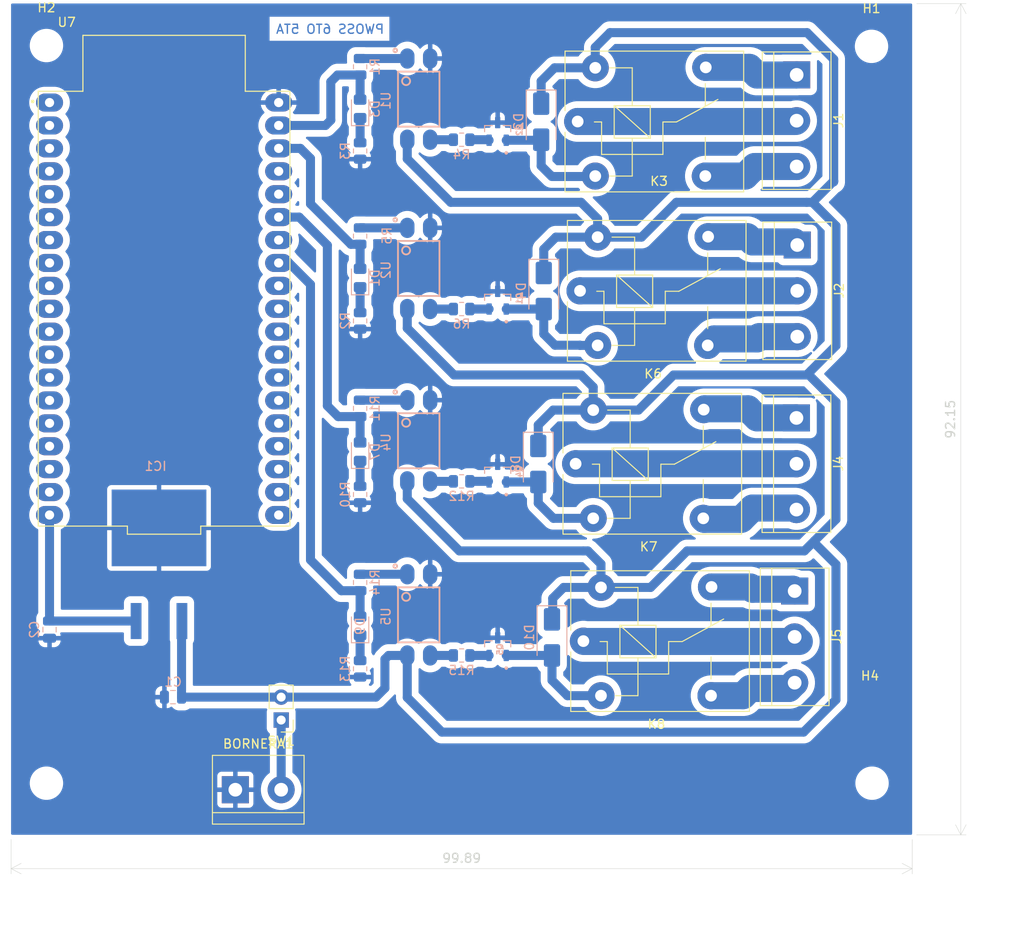
<source format=kicad_pcb>
(kicad_pcb (version 20241229) (generator "pcbnew") (generator_version "9.0")
  (layers (0 "F.Cu" signal) (2 "B.Cu" signal) (13 "F.Paste" user) (15 "B.Paste" user) (5 "F.SilkS" user "F.Silkscreen") (7 "B.SilkS" user "B.Silkscreen") (1 "F.Mask" user) (3 "B.Mask" user) (25 "Edge.Cuts" user))
  (net 0 "")
  (net 1 "Net-(BORNERA1-Pin_2)")
  (net 2 "GND")
  (net 3 "VCC")
  (net 4 "+5V")
  (net 5 "ESP32 IO22")
  (net 6 "Net-(D1-K)")
  (net 7 "Net-(D2-A)")
  (net 8 "Net-(D3-K)")
  (net 9 "ESP32 IO23")
  (net 10 "Net-(D4-A)")
  (net 11 "Net-(D7-K)")
  (net 12 " ESP32 IO21")
  (net 13 "Net-(D8-A)")
  (net 14 "Net-(D9-K)")
  (net 15 "ESP32 IO19")
  (net 16 "Net-(D10-A)")
  (net 17 "PIN12")
  (net 18 "PIN11")
  (net 19 "PIN1")
  (net 20 "PIN3")
  (net 21 "PIN2")
  (net 22 "Net-(Q1-B)")
  (net 23 "Net-(Q2-B)")
  (net 24 "Net-(Q4-B)")
  (net 25 "Net-(Q5-B)")
  (net 26 "Net-(U1-A)")
  (net 27 "Net-(U1-ET)")
  (net 28 "Net-(U2-A)")
  (net 29 "Net-(U2-ET)")
  (net 30 "Net-(U4-A)")
  (net 31 "Net-(U4-ET)")
  (net 32 "Net-(U5-A)")
  (net 33 "Net-(U5-ET)")
  (net 65 "PIN4")
  (net 66 "PIN5")
  (net 67 "PIN6")
  (net 68 "PIN9")
  (net 69 "PIN7")
  (net 70 "PIN8")
  (net 71 "PIN10")
  (footprint "TerminalBlock:TerminalBlock_bornier-3_P5.08mm" (layer "F.Cu") (at 133.96 67.34 -90)
    (property "Reference" "J2" (at 5.05 -4.65 90) (layer "F.SilkS"))
    (property "Value" "BORNERA")
    (pad "1" thru_hole rect (at 0 0 270) (size 3 3) (drill 1.52) (layers "*.Cu" "*.Mask") (net 65 "PIN4"))
    (pad "2" thru_hole circle (at 5.08 0 270) (size 3 3) (drill 1.52) (layers "*.Cu" "*.Mask") (net 66 "PIN5"))
    (pad "3" thru_hole circle (at 10.16 0 270) (size 3 3) (drill 1.52) (layers "*.Cu" "*.Mask") (net 67 "PIN6"))
  )
  (footprint "TerminalBlock:TerminalBlock_bornier-3_P5.08mm" (layer "F.Cu") (at 133.87 86.51 -90)
    (property "Reference" "J4" (at 5.05 -4.65 90) (layer "F.SilkS"))
    (property "Value" "BORNERA")
    (pad "1" thru_hole rect (at 0 0 270) (size 3 3) (drill 1.52) (layers "*.Cu" "*.Mask") (net 69 "PIN7"))
    (pad "2" thru_hole circle (at 5.08 0 270) (size 3 3) (drill 1.52) (layers "*.Cu" "*.Mask") (net 70 "PIN8"))
    (pad "3" thru_hole circle (at 10.16 0 270) (size 3 3) (drill 1.52) (layers "*.Cu" "*.Mask") (net 68 "PIN9"))
  )
  (footprint "TerminalBlock:TerminalBlock_bornier-3_P5.08mm" (layer "F.Cu") (at 133.8925 48.48 -90)
    (property "Reference" "J1" (at 5.05 -4.65 90) (layer "F.SilkS"))
    (property "Value" "BORNERA")
    (pad "1" thru_hole rect (at 0 0 270) (size 3 3) (drill 1.52) (layers "*.Cu" "*.Mask") (net 19 "PIN1"))
    (pad "2" thru_hole circle (at 5.08 0 270) (size 3 3) (drill 1.52) (layers "*.Cu" "*.Mask") (net 21 "PIN2"))
    (pad "3" thru_hole circle (at 10.16 0 270) (size 3 3) (drill 1.52) (layers "*.Cu" "*.Mask") (net 20 "PIN3"))
  )
  (footprint "Relay_THT:Relay_SPDT_SANYOU_SRD_Series_Form_C" (layer "F.Cu") (at 109.88 72.42)
    (property "Reference" "K6" (at 8.1 9.2 0) (layer "F.SilkS"))
    (property "Value" "SANYOU_SRD_Form_C")
    (pad "1" thru_hole circle (at 0 0 90) (size 3 3) (drill 1.3) (layers "*.Cu" "*.Mask") (net 66 "PIN5"))
    (pad "2" thru_hole circle (at 1.95 6.05 90) (size 3 3) (drill 1.3) (layers "*.Cu" "*.Mask") (net 10 "Net-(D4-A)"))
    (pad "3" thru_hole circle (at 14.15 6.05 90) (size 3 3) (drill 1.3) (layers "*.Cu" "*.Mask") (net 67 "PIN6"))
    (pad "4" thru_hole circle (at 14.2 -6 90) (size 3 3) (drill 1.3) (layers "*.Cu" "*.Mask") (net 65 "PIN4"))
    (pad "5" thru_hole circle (at 1.95 -5.95 90) (size 3 3) (drill 1.3) (layers "*.Cu" "*.Mask") (net 3 "VCC"))
  )
  (footprint "MountingHole:MountingHole_3.2mm_M3" (layer "F.Cu") (at 142.19 45.32)
    (property "Reference" "H1" (at 0 -4.2 0) (layer "F.SilkS"))
    (property "Value" "MountingHole")
    (pad "" np_thru_hole circle (at 0 0) (size 3.2 3.2) (drill 3.2) (layers "*.Cu" "*.Mask"))
  )
  (footprint "Relay_THT:Relay_SPDT_SANYOU_SRD_Series_Form_C" (layer "F.Cu") (at 109.39 91.59)
    (property "Reference" "K7" (at 8.1 9.2 0) (layer "F.SilkS"))
    (property "Value" "SANYOU_SRD_Form_C")
    (pad "1" thru_hole circle (at 0 0 90) (size 3 3) (drill 1.3) (layers "*.Cu" "*.Mask") (net 70 "PIN8"))
    (pad "2" thru_hole circle (at 1.95 6.05 90) (size 3 3) (drill 1.3) (layers "*.Cu" "*.Mask") (net 13 "Net-(D8-A)"))
    (pad "3" thru_hole circle (at 14.15 6.05 90) (size 3 3) (drill 1.3) (layers "*.Cu" "*.Mask") (net 68 "PIN9"))
    (pad "4" thru_hole circle (at 14.2 -6 90) (size 3 3) (drill 1.3) (layers "*.Cu" "*.Mask") (net 69 "PIN7"))
    (pad "5" thru_hole circle (at 1.95 -5.95 90) (size 3 3) (drill 1.3) (layers "*.Cu" "*.Mask") (net 3 "VCC"))
  )
  (footprint "Relay_THT:Relay_SPDT_SANYOU_SRD_Series_Form_C" (layer "F.Cu") (at 109.6175 53.65)
    (property "Reference" "K3" (at 9.02 6.62 0) (layer "F.SilkS"))
    (property "Value" "SANYOU_SRD_Form_C")
    (pad "1" thru_hole circle (at 0 0 90) (size 3 3) (drill 1.3) (layers "*.Cu" "*.Mask") (net 21 "PIN2"))
    (pad "2" thru_hole circle (at 1.95 6.05 90) (size 3 3) (drill 1.3) (layers "*.Cu" "*.Mask") (net 7 "Net-(D2-A)"))
    (pad "3" thru_hole circle (at 14.15 6.05 90) (size 3 3) (drill 1.3) (layers "*.Cu" "*.Mask") (net 20 "PIN3"))
    (pad "4" thru_hole circle (at 14.2 -6 90) (size 3 3) (drill 1.3) (layers "*.Cu" "*.Mask") (net 19 "PIN1"))
    (pad "5" thru_hole circle (at 1.95 -5.95 90) (size 3 3) (drill 1.3) (layers "*.Cu" "*.Mask") (net 3 "VCC"))
  )
  (footprint "TerminalBlock:TerminalBlock_bornier-2_P5.08mm" (layer "F.Cu") (at 71.67 127.725)
    (property "Reference" "BORNERA1" (at 2.54 -5.08 0) (layer "F.SilkS"))
    (property "Value" "~")
    (pad "1" thru_hole rect (at 0 0) (size 3 3) (drill 1.52) (layers "*.Cu" "*.Mask") (net 2 "GND"))
    (pad "2" thru_hole circle (at 5.08 0) (size 3 3) (drill 1.52) (layers "*.Cu" "*.Mask") (net 1 "Net-(BORNERA1-Pin_2)"))
  )
  (footprint "ESP32:MODULE_ESP32-DEVKITC" (layer "F.Cu") (at 63.7725 74.4)
    (property "Reference" "U7" (at -10.795 -31.75 0) (layer "F.SilkS"))
    (property "Value" "ESP32-DEVKITC")
    (pad "1" thru_hole oval (at -12.7 -22.85) (size 3 2) (drill 1.02) (layers "*.Cu" "*.Mask"))
    (pad "2" thru_hole oval (at -12.7 -20.31) (size 3 2) (drill 1.02) (layers "*.Cu" "*.Mask"))
    (pad "3" thru_hole oval (at -12.7 -17.77) (size 3 2) (drill 1.02) (layers "*.Cu" "*.Mask"))
    (pad "4" thru_hole oval (at -12.7 -15.23) (size 3 2) (drill 1.02) (layers "*.Cu" "*.Mask"))
    (pad "5" thru_hole oval (at -12.7 -12.69) (size 3 2) (drill 1.02) (layers "*.Cu" "*.Mask"))
    (pad "6" thru_hole oval (at -12.7 -10.15) (size 3 2) (drill 1.02) (layers "*.Cu" "*.Mask"))
    (pad "7" thru_hole oval (at -12.7 -7.61) (size 3 2) (drill 1.02) (layers "*.Cu" "*.Mask"))
    (pad "8" thru_hole oval (at -12.7 -5.07) (size 3 2) (drill 1.02) (layers "*.Cu" "*.Mask"))
    (pad "9" thru_hole oval (at -12.7 -2.53) (size 3 2) (drill 1.02) (layers "*.Cu" "*.Mask"))
    (pad "10" thru_hole oval (at -12.7 0.01) (size 3 2) (drill 1.02) (layers "*.Cu" "*.Mask"))
    (pad "11" thru_hole oval (at -12.7 2.55) (size 3 2) (drill 1.02) (layers "*.Cu" "*.Mask"))
    (pad "12" thru_hole oval (at -12.7 5.09) (size 3 2) (drill 1.02) (layers "*.Cu" "*.Mask"))
    (pad "13" thru_hole oval (at -12.7 7.63) (size 3 2) (drill 1.02) (layers "*.Cu" "*.Mask"))
    (pad "14" thru_hole oval (at -12.7 10.17) (size 3 2) (drill 1.02) (layers "*.Cu" "*.Mask"))
    (pad "15" thru_hole oval (at -12.7 12.71) (size 3 2) (drill 1.02) (layers "*.Cu" "*.Mask"))
    (pad "16" thru_hole oval (at -12.7 15.25) (size 3 2) (drill 1.02) (layers "*.Cu" "*.Mask"))
    (pad "17" thru_hole oval (at -12.7 17.79) (size 3 2) (drill 1.02) (layers "*.Cu" "*.Mask"))
    (pad "18" thru_hole oval (at -12.7 20.33) (size 3 2) (drill 1.02) (layers "*.Cu" "*.Mask"))
    (pad "19" thru_hole oval (at -12.7 22.87) (size 3 2) (drill 1.02) (layers "*.Cu" "*.Mask") (net 4 "+5V"))
    (pad "20" thru_hole oval (at 12.7 22.87) (size 3 2) (drill 1.02) (layers "*.Cu" "*.Mask"))
    (pad "21" thru_hole oval (at 12.7 20.33) (size 3 2) (drill 1.02) (layers "*.Cu" "*.Mask"))
    (pad "22" thru_hole oval (at 12.7 17.79) (size 3 2) (drill 1.02) (layers "*.Cu" "*.Mask"))
    (pad "23" thru_hole oval (at 12.7 15.25) (size 3 2) (drill 1.02) (layers "*.Cu" "*.Mask"))
    (pad "24" thru_hole oval (at 12.7 12.71) (size 3 2) (drill 1.02) (layers "*.Cu" "*.Mask"))
    (pad "25" thru_hole oval (at 12.7 10.17) (size 3 2) (drill 1.02) (layers "*.Cu" "*.Mask"))
    (pad "26" thru_hole oval (at 12.7 7.63) (size 3 2) (drill 1.02) (layers "*.Cu" "*.Mask"))
    (pad "27" thru_hole oval (at 12.7 5.09) (size 3 2) (drill 1.02) (layers "*.Cu" "*.Mask"))
    (pad "28" thru_hole oval (at 12.7 2.55) (size 3 2) (drill 1.02) (layers "*.Cu" "*.Mask"))
    (pad "29" thru_hole oval (at 12.7 0.01) (size 3 2) (drill 1.02) (layers "*.Cu" "*.Mask"))
    (pad "30" thru_hole oval (at 12.7 -2.53) (size 3 2) (drill 1.02) (layers "*.Cu" "*.Mask"))
    (pad "31" thru_hole oval (at 12.7 -5.07) (size 3 2) (drill 1.02) (layers "*.Cu" "*.Mask") (net 15 "ESP32 IO19"))
    (pad "32" thru_hole oval (at 12.7 -7.61) (size 3 2) (drill 1.02) (layers "*.Cu" "*.Mask"))
    (pad "33" thru_hole oval (at 12.7 -10.15) (size 3 2) (drill 1.02) (layers "*.Cu" "*.Mask") (net 12 " ESP32 IO21"))
    (pad "34" thru_hole oval (at 12.7 -12.69) (size 3 2) (drill 1.02) (layers "*.Cu" "*.Mask"))
    (pad "35" thru_hole oval (at 12.7 -15.23) (size 3 2) (drill 1.02) (layers "*.Cu" "*.Mask"))
    (pad "36" thru_hole oval (at 12.7 -17.77) (size 3 2) (drill 1.02) (layers "*.Cu" "*.Mask") (net 5 "ESP32 IO22"))
    (pad "37" thru_hole oval (at 12.7 -20.31) (size 3 2) (drill 1.02) (layers "*.Cu" "*.Mask") (net 9 "ESP32 IO23"))
    (pad "38" thru_hole oval (at 12.7 -22.85) (size 3 2) (drill 1.02) (layers "*.Cu" "*.Mask") (net 2 "GND"))
  )
  (footprint "MountingHole:MountingHole_3.2mm_M3" (layer "F.Cu") (at 50.73 45.23)
    (property "Reference" "H2" (at 0 -4.2 0) (layer "F.SilkS"))
    (property "Value" "MountingHole")
    (pad "" np_thru_hole circle (at 0 0) (size 3.2 3.2) (drill 3.2) (layers "*.Cu" "*.Mask"))
  )
  (footprint "TerminalBlock:TerminalBlock_bornier-3_P5.08mm" (layer "F.Cu") (at 133.6725 105.7 -90)
    (property "Reference" "J5" (at 5.05 -4.65 90) (layer "F.SilkS"))
    (property "Value" "BORNERA")
    (pad "1" thru_hole rect (at 0 0 270) (size 3 3) (drill 1.52) (layers "*.Cu" "*.Mask") (net 71 "PIN10"))
    (pad "2" thru_hole circle (at 5.08 0 270) (size 3 3) (drill 1.52) (layers "*.Cu" "*.Mask") (net 18 "PIN11"))
    (pad "3" thru_hole circle (at 10.16 0 270) (size 3 3) (drill 1.52) (layers "*.Cu" "*.Mask") (net 17 "PIN12"))
  )
  (footprint "MountingHole:MountingHole_3.2mm_M3" (layer "F.Cu") (at 142.25 127)
    (property "Reference" "H4" (at -0.23 -11.9 0) (layer "F.SilkS"))
    (property "Value" "MountingHole")
    (pad "" np_thru_hole circle (at 0 0) (size 3.2 3.2) (drill 3.2) (layers "*.Cu" "*.Mask"))
  )
  (footprint "Connector_PinHeader_2.54mm:PinHeader_1x02_P2.54mm_Vertical" (layer "F.Cu") (at 76.75 120 180)
    (property "Reference" "SW1" (at 0 -2.33 0) (layer "F.SilkS"))
    (property "Value" "SWITCH")
    (pad "1" thru_hole rect (at 0 0 180) (size 1.7 1.7) (drill 1) (layers "*.Cu" "*.Mask") (net 1 "Net-(BORNERA1-Pin_2)"))
    (pad "2" thru_hole oval (at 0 2.54 180) (size 1.7 1.7) (drill 1) (layers "*.Cu" "*.Mask") (net 3 "VCC"))
  )
  (footprint "MountingHole:MountingHole_3.2mm_M3" (layer "F.Cu") (at 50.73 127)
    (property "Reference" "H3" (at 0.09 -0.65 0) (layer "F.SilkS"))
    (property "Value" "MountingHole")
    (pad "" np_thru_hole circle (at 0 0) (size 3.2 3.2) (drill 3.2) (layers "*.Cu" "*.Mask"))
  )
  (footprint "Relay_THT:Relay_SPDT_SANYOU_SRD_Series_Form_C" (layer "F.Cu") (at 110.25 111.25)
    (property "Reference" "K8" (at 8.1 9.2 0) (layer "F.SilkS"))
    (property "Value" "SANYOU_SRD_Form_C")
    (pad "1" thru_hole circle (at 0 0 90) (size 3 3) (drill 1.3) (layers "*.Cu" "*.Mask") (net 18 "PIN11"))
    (pad "2" thru_hole circle (at 1.95 6.05 90) (size 3 3) (drill 1.3) (layers "*.Cu" "*.Mask") (net 16 "Net-(D10-A)"))
    (pad "3" thru_hole circle (at 14.15 6.05 90) (size 3 3) (drill 1.3) (layers "*.Cu" "*.Mask") (net 17 "PIN12"))
    (pad "4" thru_hole circle (at 14.2 -6 90) (size 3 3) (drill 1.3) (layers "*.Cu" "*.Mask") (net 71 "PIN10"))
    (pad "5" thru_hole circle (at 1.95 -5.95 90) (size 3 3) (drill 1.3) (layers "*.Cu" "*.Mask") (net 3 "VCC"))
  )
  (footprint "Resistor_SMD:R_0805_2012Metric" (layer "B.Cu") (at 85.5 114.31875 -90)
    (property "Reference" "R13" (at 0 1.65 90) (layer "B.SilkS") (effects (justify mirror)))
    (property "Value" "R")
    (pad "1" smd roundrect (at -0.9125 0 270) (size 1.025 1.4) (layers "B.Cu" "B.Mask" "B.Paste") (roundrect_rratio 0.243902) (net 14 "Net-(D9-K)"))
    (pad "2" smd roundrect (at 0.9125 0 270) (size 1.025 1.4) (layers "B.Cu" "B.Mask" "B.Paste") (roundrect_rratio 0.243902) (net 2 "GND"))
  )
  (footprint "Resistor_SMD:R_0805_2012Metric" (layer "B.Cu") (at 85.5 95 -90)
    (property "Reference" "R10" (at 0 1.65 90) (layer "B.SilkS") (effects (justify mirror)))
    (property "Value" "R")
    (pad "1" smd roundrect (at -0.9125 0 270) (size 1.025 1.4) (layers "B.Cu" "B.Mask" "B.Paste") (roundrect_rratio 0.243902) (net 11 "Net-(D7-K)"))
    (pad "2" smd roundrect (at 0.9125 0 270) (size 1.025 1.4) (layers "B.Cu" "B.Mask" "B.Paste") (roundrect_rratio 0.243902) (net 2 "GND"))
  )
  (footprint "PC817:SOT254P1025X400-4N" (layer "B.Cu") (at 91.9975 51.17 -90)
    (property "Reference" "U1" (at 0.175155 3.638415 90) (layer "B.SilkS") (effects (font (size 1.000937 1.000937)) (justify mirror)))
    (property "Value" "PC81713NIP0X")
    (pad "1" smd oval (at -4.5 1.27 270) (size 2.25 1.6) (layers "B.Cu" "B.Mask" "B.Paste") (net 26 "Net-(U1-A)"))
    (pad "2" smd oval (at -4.5 -1.27 270) (size 2.25 1.6) (layers "B.Cu" "B.Mask" "B.Paste") (net 2 "GND"))
    (pad "3" smd oval (at 4.5 -1.27 270) (size 2.25 1.6) (layers "B.Cu" "B.Mask" "B.Paste") (net 27 "Net-(U1-ET)"))
    (pad "4" smd oval (at 4.5 1.27 270) (size 2.25 1.6) (layers "B.Cu" "B.Mask" "B.Paste") (net 3 "VCC"))
  )
  (footprint "PC817:SOT254P1025X400-4N" (layer "B.Cu") (at 91.9975 69.94 -90)
    (property "Reference" "U2" (at 0.175155 3.638415 90) (layer "B.SilkS") (effects (font (size 1.000937 1.000937)) (justify mirror)))
    (property "Value" "PC81713NIP0X")
    (pad "1" smd oval (at -4.5 1.27 270) (size 2.25 1.6) (layers "B.Cu" "B.Mask" "B.Paste") (net 28 "Net-(U2-A)"))
    (pad "2" smd oval (at -4.5 -1.27 270) (size 2.25 1.6) (layers "B.Cu" "B.Mask" "B.Paste") (net 2 "GND"))
    (pad "3" smd oval (at 4.5 -1.27 270) (size 2.25 1.6) (layers "B.Cu" "B.Mask" "B.Paste") (net 29 "Net-(U2-ET)"))
    (pad "4" smd oval (at 4.5 1.27 270) (size 2.25 1.6) (layers "B.Cu" "B.Mask" "B.Paste") (net 3 "VCC"))
  )
  (footprint "Diode_SMD:D_SMA" (layer "B.Cu") (at 106.77 110.84 -90)
    (property "Reference" "D10" (at 0 2.5 90) (layer "B.SilkS") (effects (justify mirror)))
    (property "Value" "D")
    (pad "1" smd roundrect (at -2 0 270) (size 2.5 1.8) (layers "B.Cu" "B.Mask" "B.Paste") (roundrect_rratio 0.1388888889) (net 3 "VCC"))
    (pad "2" smd roundrect (at 2 0 270) (size 2.5 1.8) (layers "B.Cu" "B.Mask" "B.Paste") (roundrect_rratio 0.1388888889) (net 16 "Net-(D10-A)"))
  )
  (footprint "LED_SMD:LED_0805_2012Metric_Pad1.15x1.40mm_HandSolder" (layer "B.Cu") (at 85.5 109.56875 90)
    (property "Reference" "D9" (at -0.0225 0 270) (layer "B.SilkS") (effects (justify mirror)))
    (property "Value" "LED")
    (pad "1" smd roundrect (at -1.025 0 90) (size 1.15 1.4) (layers "B.Cu" "B.Mask" "B.Paste") (roundrect_rratio 0.217391) (net 14 "Net-(D9-K)"))
    (pad "2" smd roundrect (at 1.025 0 90) (size 1.15 1.4) (layers "B.Cu" "B.Mask" "B.Paste") (roundrect_rratio 0.217391) (net 15 "ESP32 IO19"))
  )
  (footprint "LED_SMD:LED_0805_2012Metric_Pad1.15x1.40mm_HandSolder" (layer "B.Cu") (at 85.5 52.25 90)
    (property "Reference" "D3" (at 0 1.65 90) (layer "B.SilkS") (effects (justify mirror)))
    (property "Value" "LED")
    (pad "1" smd roundrect (at -1.025 0 90) (size 1.15 1.4) (layers "B.Cu" "B.Mask" "B.Paste") (roundrect_rratio 0.217391) (net 8 "Net-(D3-K)"))
    (pad "2" smd roundrect (at 1.025 0 90) (size 1.15 1.4) (layers "B.Cu" "B.Mask" "B.Paste") (roundrect_rratio 0.217391) (net 9 "ESP32 IO23"))
  )
  (footprint "bc547:SOT95P230X110-3N" (layer "B.Cu") (at 100.75 73.46 90)
    (property "Reference" "Q1" (at 0.172 2.4064 90) (layer "B.SilkS") (effects (font (size 0.64 0.64)) (justify mirror)))
    (property "Value" "BC547")
    (pad "1" smd roundrect (at -0.98 0.95 90) (size 1.26 0.59) (layers "B.Cu" "B.Mask" "B.Paste") (roundrect_rratio 0.125) (net 10 "Net-(D4-A)"))
    (pad "2" smd roundrect (at -0.98 -0.95 90) (size 1.26 0.59) (layers "B.Cu" "B.Mask" "B.Paste") (roundrect_rratio 0.125) (net 22 "Net-(Q1-B)"))
    (pad "3" smd roundrect (at 0.98 0 90) (size 1.26 0.59) (layers "B.Cu" "B.Mask" "B.Paste") (roundrect_rratio 0.125) (net 2 "GND"))
  )
  (footprint "Resistor_SMD:R_0805_2012Metric" (layer "B.Cu") (at 96.75 55.67)
    (property "Reference" "R4" (at 0 1.65 0) (layer "B.SilkS") (effects (justify mirror)))
    (property "Value" "R")
    (pad "1" smd roundrect (at -0.9125 0) (size 1.025 1.4) (layers "B.Cu" "B.Mask" "B.Paste") (roundrect_rratio 0.243902) (net 27 "Net-(U1-ET)"))
    (pad "2" smd roundrect (at 0.9125 0) (size 1.025 1.4) (layers "B.Cu" "B.Mask" "B.Paste") (roundrect_rratio 0.243902) (net 23 "Net-(Q2-B)"))
  )
  (footprint "Diode_SMD:D_SMA" (layer "B.Cu") (at 105.86 72.44 -90)
    (property "Reference" "D4" (at 0 2.5 90) (layer "B.SilkS") (effects (justify mirror)))
    (property "Value" "D")
    (pad "1" smd roundrect (at -2 0 270) (size 2.5 1.8) (layers "B.Cu" "B.Mask" "B.Paste") (roundrect_rratio 0.1388888889) (net 3 "VCC"))
    (pad "2" smd roundrect (at 2 0 270) (size 2.5 1.8) (layers "B.Cu" "B.Mask" "B.Paste") (roundrect_rratio 0.1388888889) (net 10 "Net-(D4-A)"))
  )
  (footprint "Resistor_SMD:R_0805_2012Metric" (layer "B.Cu") (at 85.5 104.7525 90)
    (property "Reference" "R14" (at 0 1.65 90) (layer "B.SilkS") (effects (justify mirror)))
    (property "Value" "R")
    (pad "1" smd roundrect (at -0.9125 0 90) (size 1.025 1.4) (layers "B.Cu" "B.Mask" "B.Paste") (roundrect_rratio 0.243902) (net 15 "ESP32 IO19"))
    (pad "2" smd roundrect (at 0.9125 0 90) (size 1.025 1.4) (layers "B.Cu" "B.Mask" "B.Paste") (roundrect_rratio 0.243902) (net 32 "Net-(U5-A)"))
  )
  (footprint "Resistor_SMD:R_0805_2012Metric" (layer "B.Cu") (at 96.75 93.54)
    (property "Reference" "R12" (at 0 1.65 0) (layer "B.SilkS") (effects (justify mirror)))
    (property "Value" "R")
    (pad "1" smd roundrect (at -0.9125 0) (size 1.025 1.4) (layers "B.Cu" "B.Mask" "B.Paste") (roundrect_rratio 0.243902) (net 31 "Net-(U4-ET)"))
    (pad "2" smd roundrect (at 0.9125 0) (size 1.025 1.4) (layers "B.Cu" "B.Mask" "B.Paste") (roundrect_rratio 0.243902) (net 24 "Net-(Q4-B)"))
  )
  (footprint "PC817:SOT254P1025X400-4N" (layer "B.Cu") (at 91.9975 108.34 -90)
    (property "Reference" "U5" (at 0.175155 3.638415 90) (layer "B.SilkS") (effects (font (size 1.000937 1.000937)) (justify mirror)))
    (property "Value" "PC81713NIP0X")
    (pad "1" smd oval (at -4.5 1.27 270) (size 2.25 1.6) (layers "B.Cu" "B.Mask" "B.Paste") (net 32 "Net-(U5-A)"))
    (pad "2" smd oval (at -4.5 -1.27 270) (size 2.25 1.6) (layers "B.Cu" "B.Mask" "B.Paste") (net 2 "GND"))
    (pad "3" smd oval (at 4.5 -1.27 270) (size 2.25 1.6) (layers "B.Cu" "B.Mask" "B.Paste") (net 33 "Net-(U5-ET)"))
    (pad "4" smd oval (at 4.5 1.27 270) (size 2.25 1.6) (layers "B.Cu" "B.Mask" "B.Paste") (net 3 "VCC"))
  )
  (footprint "bc547:SOT95P230X110-3N" (layer "B.Cu") (at 100.75 111.86 90)
    (property "Reference" "Q5" (at -0.31 0.2575 90) (layer "B.SilkS") (effects (font (size 0.64 0.64)) (justify mirror)))
    (property "Value" "BC547")
    (pad "1" smd roundrect (at -0.98 0.95 90) (size 1.26 0.59) (layers "B.Cu" "B.Mask" "B.Paste") (roundrect_rratio 0.125) (net 16 "Net-(D10-A)"))
    (pad "2" smd roundrect (at -0.98 -0.95 90) (size 1.26 0.59) (layers "B.Cu" "B.Mask" "B.Paste") (roundrect_rratio 0.125) (net 25 "Net-(Q5-B)"))
    (pad "3" smd roundrect (at 0.98 0 90) (size 1.26 0.59) (layers "B.Cu" "B.Mask" "B.Paste") (roundrect_rratio 0.125) (net 2 "GND"))
  )
  (footprint "Capacitor_SMD:C_0805_2012Metric" (layer "B.Cu") (at 64.7575 117.46 180)
    (property "Reference" "C1" (at 0 1.68 0) (layer "B.SilkS") (effects (justify mirror)))
    (property "Value" "0.1uF")
    (pad "1" smd roundrect (at -0.95 0 180) (size 1 1.45) (layers "B.Cu" "B.Mask" "B.Paste") (net 3 "VCC"))
    (pad "2" smd roundrect (at 0.95 0 180) (size 1 1.45) (layers "B.Cu" "B.Mask" "B.Paste") (net 2 "GND"))
  )
  (footprint "Resistor_SMD:R_0805_2012Metric" (layer "B.Cu") (at 85.5 85.4525 90)
    (property "Reference" "R11" (at 0 1.65 90) (layer "B.SilkS") (effects (justify mirror)))
    (property "Value" "R")
    (pad "1" smd roundrect (at -0.9125 0 90) (size 1.025 1.4) (layers "B.Cu" "B.Mask" "B.Paste") (roundrect_rratio 0.243902) (net 12 " ESP32 IO21"))
    (pad "2" smd roundrect (at 0.9125 0 90) (size 1.025 1.4) (layers "B.Cu" "B.Mask" "B.Paste") (roundrect_rratio 0.243902) (net 30 "Net-(U4-A)"))
  )
  (footprint "bc547:SOT95P230X110-3N" (layer "B.Cu") (at 100.75 92.63 90)
    (property "Reference" "Q4" (at 0.172 2.4064 90) (layer "B.SilkS") (effects (font (size 0.64 0.64)) (justify mirror)))
    (property "Value" "BC547")
    (pad "1" smd roundrect (at -0.98 0.95 90) (size 1.26 0.59) (layers "B.Cu" "B.Mask" "B.Paste") (roundrect_rratio 0.125) (net 13 "Net-(D8-A)"))
    (pad "2" smd roundrect (at -0.98 -0.95 90) (size 1.26 0.59) (layers "B.Cu" "B.Mask" "B.Paste") (roundrect_rratio 0.125) (net 24 "Net-(Q4-B)"))
    (pad "3" smd roundrect (at 0.98 0 90) (size 1.26 0.59) (layers "B.Cu" "B.Mask" "B.Paste") (roundrect_rratio 0.125) (net 2 "GND"))
  )
  (footprint "bc547:SOT95P230X110-3N" (layer "B.Cu") (at 100.75 54.75 90)
    (property "Reference" "Q2" (at 0.172 2.4064 90) (layer "B.SilkS") (effects (font (size 0.64 0.64)) (justify mirror)))
    (property "Value" "BC547" (hide yes))
    (pad "1" smd roundrect (at -0.98 0.95 90) (size 1.26 0.59) (layers "B.Cu" "B.Mask" "B.Paste") (roundrect_rratio 0.125) (net 7 "Net-(D2-A)"))
    (pad "2" smd roundrect (at -0.98 -0.95 90) (size 1.26 0.59) (layers "B.Cu" "B.Mask" "B.Paste") (roundrect_rratio 0.125) (net 23 "Net-(Q2-B)"))
    (pad "3" smd roundrect (at 0.98 0 90) (size 1.26 0.59) (layers "B.Cu" "B.Mask" "B.Paste") (roundrect_rratio 0.125) (net 2 "GND"))
  )
  (footprint "LED_SMD:LED_0805_2012Metric_Pad1.15x1.40mm_HandSolder" (layer "B.Cu") (at 85.5 90.25 90)
    (property "Reference" "D7" (at 0 1.65 270) (layer "B.SilkS") (effects (justify mirror)))
    (property "Value" "LED")
    (pad "1" smd roundrect (at -1.025 0 90) (size 1.15 1.4) (layers "B.Cu" "B.Mask" "B.Paste") (roundrect_rratio 0.217391) (net 11 "Net-(D7-K)"))
    (pad "2" smd roundrect (at 1.025 0 90) (size 1.15 1.4) (layers "B.Cu" "B.Mask" "B.Paste") (roundrect_rratio 0.217391) (net 12 " ESP32 IO21"))
  )
  (footprint "Resistor_SMD:R_0805_2012Metric" (layer "B.Cu") (at 85.5 47.5825 90)
    (property "Reference" "R1" (at 0 1.65 90) (layer "B.SilkS") (effects (justify mirror)))
    (property "Value" "R")
    (pad "1" smd roundrect (at -0.9125 0 90) (size 1.025 1.4) (layers "B.Cu" "B.Mask" "B.Paste") (roundrect_rratio 0.243902) (net 9 "ESP32 IO23"))
    (pad "2" smd roundrect (at 0.9125 0 90) (size 1.025 1.4) (layers "B.Cu" "B.Mask" "B.Paste") (roundrect_rratio 0.243902) (net 26 "Net-(U1-A)"))
  )
  (footprint "Diode_SMD:D_SMA" (layer "B.Cu") (at 105.25 91.61 -90)
    (property "Reference" "D8" (at 0 2.5 90) (layer "B.SilkS") (effects (justify mirror)))
    (property "Value" "D")
    (pad "1" smd roundrect (at -2 0 270) (size 2.5 1.8) (layers "B.Cu" "B.Mask" "B.Paste") (roundrect_rratio 0.1388888889) (net 3 "VCC"))
    (pad "2" smd roundrect (at 2 0 270) (size 2.5 1.8) (layers "B.Cu" "B.Mask" "B.Paste") (roundrect_rratio 0.1388888889) (net 13 "Net-(D8-A)"))
  )
  (footprint "7805 smd:MC7805CD2TG" (layer "B.Cu") (at 63.2075 103.002 180)
    (property "Reference" "IC1" (at 0.375 11.135 0) (layer "B.SilkS") (effects (justify mirror)))
    (property "Value" "MC7805CD2TG")
    (property "VALUE" "IC_PWRMC7805CD2TG" (hide yes))
    (pad "P$1" smd rect (at 0 4.3 180) (size 10.5 8.5) (layers "B.Cu" "B.Mask" "B.Paste") (net 2 "GND"))
    (pad "P$2" smd rect (at -2.54 -6.023 180) (size 1.2 4) (layers "B.Cu" "B.Mask" "B.Paste") (net 3 "VCC"))
    (pad "P$3" smd rect (at 2.54 -6.023 180) (size 1.2 4) (layers "B.Cu" "B.Mask" "B.Paste") (net 4 "+5V"))
  )
  (footprint "Diode_SMD:D_SMA" (layer "B.Cu") (at 105.57125 53.67 -90)
    (property "Reference" "D2" (at 0 2.5 90) (layer "B.SilkS") (effects (justify mirror)))
    (property "Value" "D")
    (pad "1" smd roundrect (at -2 0 270) (size 2.5 1.8) (layers "B.Cu" "B.Mask" "B.Paste") (roundrect_rratio 0.1388888889) (net 3 "VCC"))
    (pad "2" smd roundrect (at 2 0 270) (size 2.5 1.8) (layers "B.Cu" "B.Mask" "B.Paste") (roundrect_rratio 0.1388888889) (net 7 "Net-(D2-A)"))
  )
  (footprint "Resistor_SMD:R_0805_2012Metric" (layer "B.Cu") (at 85.5 56.9125 -90)
    (property "Reference" "R3" (at 0 1.65 90) (layer "B.SilkS") (effects (justify mirror)))
    (property "Value" "R")
    (pad "1" smd roundrect (at -0.9125 0 270) (size 1.025 1.4) (layers "B.Cu" "B.Mask" "B.Paste") (roundrect_rratio 0.243902) (net 8 "Net-(D3-K)"))
    (pad "2" smd roundrect (at 0.9125 0 270) (size 1.025 1.4) (layers "B.Cu" "B.Mask" "B.Paste") (roundrect_rratio 0.243902) (net 2 "GND"))
  )
  (footprint "LED_SMD:LED_0805_2012Metric_Pad1.15x1.40mm_HandSolder" (layer "B.Cu") (at 85.5 71 90)
    (property "Reference" "D1" (at 0 1.65 270) (layer "B.SilkS") (effects (justify mirror)))
    (property "Value" "LED")
    (pad "1" smd roundrect (at -1.025 0 90) (size 1.15 1.4) (layers "B.Cu" "B.Mask" "B.Paste") (roundrect_rratio 0.217391) (net 6 "Net-(D1-K)"))
    (pad "2" smd roundrect (at 1.025 0 90) (size 1.15 1.4) (layers "B.Cu" "B.Mask" "B.Paste") (roundrect_rratio 0.217391) (net 5 "ESP32 IO22"))
  )
  (footprint "Capacitor_SMD:C_0805_2012Metric" (layer "B.Cu") (at 51.0725 109.975 -90)
    (property "Reference" "C2" (at 0 1.68 90) (layer "B.SilkS") (effects (justify mirror)))
    (property "Value" "0.1uF")
    (pad "1" smd roundrect (at -0.95 0 270) (size 1 1.45) (layers "B.Cu" "B.Mask" "B.Paste") (net 4 "+5V"))
    (pad "2" smd roundrect (at 0.95 0 270) (size 1 1.45) (layers "B.Cu" "B.Mask" "B.Paste") (net 2 "GND"))
  )
  (footprint "Resistor_SMD:R_0805_2012Metric" (layer "B.Cu") (at 96.75 74.44)
    (property "Reference" "R6" (at 0 1.65 0) (layer "B.SilkS") (effects (justify mirror)))
    (property "Value" "R" (hide yes))
    (pad "1" smd roundrect (at -0.9125 0) (size 1.025 1.4) (layers "B.Cu" "B.Mask" "B.Paste") (roundrect_rratio 0.243902) (net 29 "Net-(U2-ET)"))
    (pad "2" smd roundrect (at 0.9125 0) (size 1.025 1.4) (layers "B.Cu" "B.Mask" "B.Paste") (roundrect_rratio 0.243902) (net 22 "Net-(Q1-B)"))
  )
  (footprint "Resistor_SMD:R_0805_2012Metric" (layer "B.Cu") (at 85.5 75.75 -90)
    (property "Reference" "R2" (at 0 1.65 90) (layer "B.SilkS") (effects (justify mirror)))
    (property "Value" "R")
    (pad "1" smd roundrect (at -0.9125 0 270) (size 1.025 1.4) (layers "B.Cu" "B.Mask" "B.Paste") (roundrect_rratio 0.243902) (net 6 "Net-(D1-K)"))
    (pad "2" smd roundrect (at 0.9125 0 270) (size 1.025 1.4) (layers "B.Cu" "B.Mask" "B.Paste") (roundrect_rratio 0.243902) (net 2 "GND"))
  )
  (footprint "Resistor_SMD:R_0805_2012Metric" (layer "B.Cu") (at 85.5 66.3525 90)
    (property "Reference" "R5" (at 0.04 2.98 90) (layer "B.SilkS") (effects (justify mirror)))
    (property "Value" "R")
    (pad "1" smd roundrect (at -0.9125 0 90) (size 1.025 1.4) (layers "B.Cu" "B.Mask" "B.Paste") (roundrect_rratio 0.243902) (net 5 "ESP32 IO22"))
    (pad "2" smd roundrect (at 0.9125 0 90) (size 1.025 1.4) (layers "B.Cu" "B.Mask" "B.Paste") (roundrect_rratio 0.243902) (net 28 "Net-(U2-A)"))
  )
  (footprint "Resistor_SMD:R_0805_2012Metric" (layer "B.Cu") (at 96.75 112.84)
    (property "Reference" "R15" (at 0 1.65 0) (layer "B.SilkS") (effects (justify mirror)))
    (property "Value" "R")
    (pad "1" smd roundrect (at -0.9125 0) (size 1.025 1.4) (layers "B.Cu" "B.Mask" "B.Paste") (roundrect_rratio 0.243902) (net 33 "Net-(U5-ET)"))
    (pad "2" smd roundrect (at 0.9125 0) (size 1.025 1.4) (layers "B.Cu" "B.Mask" "B.Paste") (roundrect_rratio 0.243902) (net 25 "Net-(Q5-B)"))
  )
  (footprint "PC817:SOT254P1025X400-4N" (layer "B.Cu") (at 91.9975 89.04 -90)
    (property "Reference" "U4" (at 0.175155 3.638415 90) (layer "B.SilkS") (effects (font (size 1.000937 1.000937)) (justify mirror)))
    (property "Value" "PC81713NIP0X")
    (pad "1" smd oval (at -4.5 1.27 270) (size 2.25 1.6) (layers "B.Cu" "B.Mask" "B.Paste") (net 30 "Net-(U4-A)"))
    (pad "2" smd oval (at -4.5 -1.27 270) (size 2.25 1.6) (layers "B.Cu" "B.Mask" "B.Paste") (net 2 "GND"))
    (pad "3" smd oval (at 4.5 -1.27 270) (size 2.25 1.6) (layers "B.Cu" "B.Mask" "B.Paste") (net 31 "Net-(U4-ET)"))
    (pad "4" smd oval (at 4.5 1.27 270) (size 2.25 1.6) (layers "B.Cu" "B.Mask" "B.Paste") (net 3 "VCC"))
  )
  (gr_text "PWOSS 6TO 5TA" (at 88.25 44 0) (layer "B.Cu") (effects (font (size 1 1)) (justify left bottom mirror)))
  (dimension (type orthogonal) (layer "Edge.Cuts") (pts (xy 146.7 40.58) (xy 146.69 132.73)) (height 5.39) (orientation 1) (format (prefix "") (suffix "") (units 3) (units_format 0) (precision 4) (suppress_zeroes yes)) (style (thickness 0.05) (arrow_length 1.27) (text_position_mode 0) (arrow_direction outward) (extension_height 0.58642) (extension_offset 0.5) (keep_text_aligned yes)) (gr_text "92,15" (at 150.94 86.655 90) (layer "Edge.Cuts") (effects (font (size 1 1) (thickness 0.15)))))
  (dimension (type orthogonal) (layer "Edge.Cuts") (pts (xy 146.7 132.74) (xy 46.81 132.74)) (height 3.73) (orientation 0) (format (prefix "") (suffix "") (units 3) (units_format 0) (precision 4) (suppress_zeroes yes)) (style (thickness 0.05) (arrow_length 1.27) (text_position_mode 0) (arrow_direction outward) (extension_height 0.58642) (extension_offset 0.5) (keep_text_aligned yes)) (gr_text "99,89" (at 96.755 135.32 0) (layer "Edge.Cuts") (effects (font (size 1 1) (thickness 0.15)))))
  (segment (start 76.75 127.725) (end 76.75 120) (width 1) (layer "B.Cu") (net 1))
  (segment (start 121.75 101.25) (end 134.75 101.25) (width 1) (layer "B.Cu") (net 3))
  (segment (start 95.9125 81.75) (end 90.7275 76.565) (width 1) (layer "B.Cu") (net 3))
  (segment (start 135.5 81.25) (end 135 81.75) (width 1) (layer "B.Cu") (net 3))
  (segment (start 135.5 82) (end 135.5 81.25) (width 0.2) (layer "B.Cu") (net 3))
  (segment (start 134.66 121.34) (end 94.5675 121.34) (width 1) (layer "B.Cu") (net 3))
  (segment (start 111.34 85.64) (end 116.36 85.64) (width 1) (layer "B.Cu") (net 3))
  (segment (start 138.25 102.75) (end 138.25 117.75) (width 1) (layer "B.Cu") (net 3))
  (segment (start 94.5675 121.34) (end 90.7275 117.5) (width 1) (layer "B.Cu") (net 3))
  (segment (start 138.25 97.75) (end 138.25 84.75) (width 1) (layer "B.Cu") (net 3))
  (segment (start 117.7 105.3) (end 121.75 101.25) (width 1) (layer "B.Cu") (net 3))
  (segment (start 135.875 100.125) (end 138.25 97.75) (width 1) (layer "B.Cu") (net 3))
  (segment (start 106.85 109.2025) (end 106.85 106.51) (width 1) (layer "B.Cu") (net 3))
  (segment (start 111.83 66.47) (end 116.7 66.47) (width 1) (layer "B.Cu") (net 3))
  (segment (start 90.7275 76.565) (end 90.7275 74.44) (width 1) (layer "B.Cu") (net 3))
  (segment (start 105.25 87.29) (end 106.9 85.64) (width 1) (layer "B.Cu") (net 3))
  (segment (start 65.7075 117.46) (end 65.7075 109.065) (width 1) (layer "B.Cu") (net 3))
  (segment (start 111.83 64.44) (end 110 62.61) (width 1) (layer "B.Cu") (net 3))
  (segment (start 111.34 85.64) (end 111.34 83.09) (width 1) (layer "B.Cu") (net 3))
  (segment (start 76.75 117.46) (end 65.7075 117.46) (width 1) (layer "B.Cu") (net 3))
  (segment (start 96.5 101.25) (end 110.25 101.25) (width 1) (layer "B.Cu") (net 3))
  (segment (start 88.66 112.84) (end 88.25 113.25) (width 1) (layer "B.Cu") (net 3))
  (segment (start 90.6875 117.46) (end 90.7275 117.5) (width 0.2) (layer "B.Cu") (net 3))
  (segment (start 116.36 85.64) (end 120.25 81.75) (width 1) (layer "B.Cu") (net 3))
  (segment (start 90.7275 93.54) (end 90.7275 95.4775) (width 1) (layer "B.Cu") (net 3))
  (segment (start 138.25 78.5) (end 135.5 81.25) (width 1) (layer "B.Cu") (net 3))
  (segment (start 95.5425 62.61) (end 110 62.61) (width 1) (layer "B.Cu") (net 3))
  (segment (start 106.9 85.64) (end 111.34 85.64) (width 1) (layer "B.Cu") (net 3))
  (segment (start 105.86 70.44) (end 105.86 67.81) (width 1) (layer "B.Cu") (net 3))
  (segment (start 90.7275 57.795) (end 95.5425 62.61) (width 1) (layer "B.Cu") (net 3))
  (segment (start 65.7075 109.065) (end 65.7475 109.025) (width 0.2) (layer "B.Cu") (net 3))
  (segment (start 105.57125 49.17875) (end 107.05 47.7) (width 1) (layer "B.Cu") (net 3))
  (segment (start 113.2 43.8) (end 111.5675 45.4325) (width 1) (layer "B.Cu") (net 3))
  (segment (start 90.7275 55.67) (end 90.7275 57.795) (width 1) (layer "B.Cu") (net 3))
  (segment (start 138 60.25) (end 138 46.75) (width 1) (layer "B.Cu") (net 3))
  (segment (start 116.7 66.47) (end 120.56 62.61) (width 1) (layer "B.Cu") (net 3))
  (segment (start 138.25 117.75) (end 134.66 121.34) (width 1) (layer "B.Cu") (net 3))
  (segment (start 138.25 65.22) (end 138.25 78.5) (width 1) (layer "B.Cu") (net 3))
  (segment (start 107.2 66.47) (end 111.83 66.47) (width 1) (layer "B.Cu") (net 3))
  (segment (start 111.34 83.09) (end 110 81.75) (width 1) (layer "B.Cu") (net 3))
  (segment (start 88.25 113.25) (end 88.25 116.46) (width 1) (layer "B.Cu") (net 3))
  (segment (start 138 46.75) (end 135.05 43.8) (width 1) (layer "B.Cu") (net 3))
  (segment (start 112.2 105.3) (end 112.2 102.7) (width 1) (layer "B.Cu") (net 3))
  (segment (start 106.85 106.51) (end 108.06 105.3) (width 1) (layer "B.Cu") (net 3))
  (segment (start 76.75 117.46) (end 87.25 117.46) (width 1) (layer "B.Cu") (net 3))
  (segment (start 90.7275 95.4775) (end 96.5 101.25) (width 1) (layer "B.Cu") (net 3))
  (segment (start 135.875 100.125) (end 135.875 100.375) (width 1) (layer "B.Cu") (net 3))
  (segment (start 134.75 101.25) (end 135.875 100.125) (width 1) (layer "B.Cu") (net 3))
  (segment (start 105.86 67.81) (end 107.2 66.47) (width 1) (layer "B.Cu") (net 3))
  (segment (start 135.64 62.61) (end 135 62.61) (width 1) (layer "B.Cu") (net 3))
  (segment (start 110.75 101.25) (end 110.25 101.25) (width 1) (layer "B.Cu") (net 3))
  (segment (start 135.64 62.61) (end 138.25 65.22) (width 1) (layer "B.Cu") (net 3))
  (segment (start 138.25 84.75) (end 135.5 82) (width 1) (layer "B.Cu") (net 3))
  (segment (start 107.05 47.7) (end 111.5675 47.7) (width 1) (layer "B.Cu") (net 3))
  (segment (start 138 60.25) (end 135.64 62.61) (width 1) (layer "B.Cu") (net 3))
  (segment (start 88.25 116.46) (end 87.25 117.46) (width 1) (layer "B.Cu") (net 3))
  (segment (start 105.25 89.61) (end 105.25 87.29) (width 1) (layer "B.Cu") (net 3))
  (segment (start 120.56 62.61) (end 135 62.61) (width 1) (layer "B.Cu") (net 3))
  (segment (start 135 81.75) (end 120.25 81.75) (width 1) (layer "B.Cu") (net 3))
  (segment (start 135.875 100.375) (end 138.25 102.75) (width 1) (layer "B.Cu") (net 3))
  (segment (start 112.2 102.7) (end 110.75 101.25) (width 1) (layer "B.Cu") (net 3))
  (segment (start 105.57125 51.67) (end 105.57125 49.17875) (width 1) (layer "B.Cu") (net 3))
  (segment (start 135.05 43.8) (end 113.2 43.8) (width 1) (layer "B.Cu") (net 3))
  (segment (start 110 81.75) (end 95.9125 81.75) (width 1) (layer "B.Cu") (net 3))
  (segment (start 138 60.35) (end 138 60.25) (width 1) (layer "B.Cu") (net 3))
  (segment (start 108.06 105.3) (end 112.2 105.3) (width 1) (layer "B.Cu") (net 3))
  (segment (start 111.83 66.47) (end 111.83 64.44) (width 1) (layer "B.Cu") (net 3))
  (segment (start 90.7275 112.84) (end 88.66 112.84) (width 1) (layer "B.Cu") (net 3))
  (segment (start 90.7275 117.5) (end 90.7275 112.84) (width 1) (layer "B.Cu") (net 3))
  (segment (start 111.5675 45.4325) (end 111.5675 47.7) (width 1) (layer "B.Cu") (net 3))
  (segment (start 112.2 105.3) (end 117.7 105.3) (width 1) (layer "B.Cu") (net 3))
  (segment (start 51.0725 109.025) (end 51.0725 97.27) (width 1) (layer "B.Cu") (net 4))
  (segment (start 51.0725 109.025) (end 60.6675 109.025) (width 1) (layer "B.Cu") (net 4))
  (segment (start 78.88 56.63) (end 76.4725 56.63) (width 1) (layer "B.Cu") (net 5))
  (segment (start 80 62.782162) (end 84.482838 67.265) (width 1) (layer "B.Cu") (net 5))
  (segment (start 80 57.75) (end 80 62.782162) (width 1) (layer "B.Cu") (net 5))
  (segment (start 80 57.75) (end 78.88 56.63) (width 1) (layer "B.Cu") (net 5))
  (segment (start 85.5 69.975) (end 85.5 67.265) (width 1) (layer "B.Cu") (net 5))
  (segment (start 84.482838 67.265) (end 85.5 67.265) (width 1) (layer "B.Cu") (net 5))
  (segment (start 85.5 74.8375) (end 85.5 72.025) (width 1) (layer "B.Cu") (net 6))
  (segment (start 106.75 59.75) (end 106.8 59.7) (width 0.2) (layer "B.Cu") (net 7))
  (segment (start 106.8 59.7) (end 106.85 59.75) (width 1) (layer "B.Cu") (net 7))
  (segment (start 105.57125 55.67) (end 105.57125 58.57125) (width 1) (layer "B.Cu") (net 7))
  (segment (start 111.5175 59.75) (end 111.5675 59.7) (width 1) (layer "B.Cu") (net 7))
  (segment (start 101.7 55.73) (end 105.51125 55.73) (width 1) (layer "B.Cu") (net 7))
  (segment (start 105.57125 58.57125) (end 106.75 59.75) (width 1) (layer "B.Cu") (net 7))
  (segment (start 105.51125 55.73) (end 105.57125 55.67) (width 1) (layer "B.Cu") (net 7))
  (segment (start 106.85 59.75) (end 111.5175 59.75) (width 1) (layer "B.Cu") (net 7))
  (segment (start 85.5 56) (end 85.5 53.275) (width 1) (layer "B.Cu") (net 8))
  (segment (start 81.66 54.09) (end 82.25 53.5) (width 1) (layer "B.Cu") (net 9))
  (segment (start 83.005 48.495) (end 85.5 48.495) (width 1) (layer "B.Cu") (net 9))
  (segment (start 82.25 49.25) (end 83.005 48.495) (width 1) (layer "B.Cu") (net 9))
  (segment (start 85.5 51.225) (end 85.5 48.495) (width 1) (layer "B.Cu") (net 9))
  (segment (start 82.25 53.5) (end 82.25 49.25) (width 1) (layer "B.Cu") (net 9))
  (segment (start 76.4725 54.09) (end 81.66 54.09) (width 1) (layer "B.Cu") (net 9))
  (segment (start 105.86 74.44) (end 105.86 77.203821) (width 1) (layer "B.Cu") (net 10))
  (segment (start 109.89 78.47) (end 111.83 78.47) (width 1) (layer "B.Cu") (net 10))
  (segment (start 105.86 77.203821) (end 107.106179 78.45) (width 1) (layer "B.Cu") (net 10))
  (segment (start 109.87 78.45) (end 109.89 78.47) (width 1) (layer "B.Cu") (net 10))
  (segment (start 107.106179 78.45) (end 109.87 78.45) (width 1) (layer "B.Cu") (net 10))
  (segment (start 101.7 74.44) (end 105.86 74.44) (width 1) (layer "B.Cu") (net 10))
  (segment (start 105.86 74.44) (end 105.86 74.321736) (width 1) (layer "B.Cu") (net 10))
  (segment (start 85.5 91.275) (end 85.5 94.0875) (width 1) (layer "B.Cu") (net 11))
  (segment (start 81.87 85.165748) (end 81.87 67.37) (width 1) (layer "B.Cu") (net 12))
  (segment (start 78.75 64.25) (end 76.4725 64.25) (width 1) (layer "B.Cu") (net 12))
  (segment (start 85.5 86.365) (end 85.5 89.225) (width 1) (layer "B.Cu") (net 12))
  (segment (start 81.87 67.37) (end 78.75 64.25) (width 1) (layer "B.Cu") (net 12))
  (segment (start 83.069252 86.365) (end 81.87 85.165748) (width 1) (layer "B.Cu") (net 12))
  (segment (start 85.5 86.365) (end 83.069252 86.365) (width 1) (layer "B.Cu") (net 12))
  (segment (start 106.93 97.64) (end 105.25 95.96) (width 1) (layer "B.Cu") (net 13))
  (segment (start 101.7 93.61) (end 105.25 93.61) (width 1) (layer "B.Cu") (net 13))
  (segment (start 105.25 95.96) (end 105.25 93.61) (width 1) (layer "B.Cu") (net 13))
  (segment (start 111.34 97.64) (end 106.93 97.64) (width 1) (layer "B.Cu") (net 13))
  (segment (start 85.5 113.40625) (end 85.5 110.59375) (width 1) (layer "B.Cu") (net 14))
  (segment (start 85.5 105.75375) (end 85.5 108.54375) (width 1) (layer "B.Cu") (net 15))
  (segment (start 83.415 105.665) (end 85.5 105.665) (width 1) (layer "B.Cu") (net 15))
  (segment (start 76.4725 69.33) (end 77.615895 69.33) (width 1) (layer "B.Cu") (net 15))
  (segment (start 80 102.25) (end 83.415 105.665) (width 1) (layer "B.Cu") (net 15))
  (segment (start 77.615895 69.33) (end 80 71.714105) (width 1) (layer "B.Cu") (net 15))
  (segment (start 80 71.714105) (end 80 102.25) (width 1) (layer "B.Cu") (net 15))
  (segment (start 112.2 117.3) (end 112.16 117.34) (width 1) (layer "B.Cu") (net 16))
  (segment (start 108.48 117.3) (end 112.2 117.3) (width 1) (layer "B.Cu") (net 16))
  (segment (start 106.77 115.59) (end 106.77 112.84) (width 1) (layer "B.Cu") (net 16))
  (segment (start 106.77 115.59) (end 108.48 117.3) (width 1) (layer "B.Cu") (net 16))
  (segment (start 101.7 112.84) (end 106.77 112.84) (width 1) (layer "B.Cu") (net 16))
  (segment (start 124.4 117.3) (end 127.95 117.3) (width 3) (layer "B.Cu") (net 17))
  (segment (start 133.0325 116.5) (end 133.6725 115.86) (width 3) (layer "B.Cu") (net 17))
  (segment (start 128.75 116.5) (end 133.0325 116.5) (width 3) (layer "B.Cu") (net 17))
  (segment (start 127.95 117.3) (end 128.75 116.5) (width 3) (layer "B.Cu") (net 17))
  (segment (start 134.19 111.29) (end 110.29 111.29) (width 3) (layer "B.Cu") (net 18))
  (segment (start 110.29 111.29) (end 110.25 111.25) (width 0.2) (layer "B.Cu") (net 18))
  (segment (start 123.8175 47.65) (end 128.65 47.65) (width 3) (layer "B.Cu") (net 19))
  (segment (start 129.5 48.5) (end 133.8725 48.5) (width 3) (layer "B.Cu") (net 19))
  (segment (start 128.65 47.65) (end 129.5 48.5) (width 3) (layer "B.Cu") (net 19))
  (segment (start 133.8725 48.5) (end 133.8925 48.48) (width 3) (layer "B.Cu") (net 19))
  (segment (start 133.8925 58.64) (end 129.25 58.64) (width 3) (layer "B.Cu") (net 20))
  (segment (start 129.25 58.64) (end 128.19 59.7) (width 3) (layer "B.Cu") (net 20))
  (segment (start 128.19 59.7) (end 123.7675 59.7) (width 3) (layer "B.Cu") (net 20))
  (segment (start 132.8325 59.7) (end 133.8925 58.64) (width 0.2) (layer "B.Cu") (net 20))
  (segment (start 109.6175 53.65) (end 133.8025 53.65) (width 3) (layer "B.Cu") (net 21))
  (segment (start 133.8025 53.65) (end 133.8925 53.56) (width 0.2) (layer "B.Cu") (net 21))
  (segment (start 97.6625 74.44) (end 99.8 74.44) (width 1) (layer "B.Cu") (net 22))
  (segment (start 99.74 55.67) (end 99.8 55.73) (width 1) (layer "B.Cu") (net 23))
  (segment (start 97.6625 55.67) (end 99.74 55.67) (width 1) (layer "B.Cu") (net 23))
  (segment (start 99.05 93.54) (end 99.12 93.61) (width 0.2) (layer "B.Cu") (net 24))
  (segment (start 99.73 93.54) (end 99.8 93.61) (width 0.2) (layer "B.Cu") (net 24))
  (segment (start 97.6625 93.54) (end 99.73 93.54) (width 1) (layer "B.Cu") (net 24))
  (segment (start 99.8 112.84) (end 97.6625 112.84) (width 1) (layer "B.Cu") (net 25))
  (segment (start 85.5 46.67) (end 89.845 46.67) (width 1) (layer "B.Cu") (net 26))
  (segment (start 95.8375 55.67) (end 93.2675 55.67) (width 1) (layer "B.Cu") (net 27))
  (segment (start 85.5 65.44) (end 90.7275 65.44) (width 1) (layer "B.Cu") (net 28))
  (segment (start 93.2675 74.44) (end 95.8375 74.44) (width 1) (layer "B.Cu") (net 29))
  (segment (start 85.5 84.54) (end 90.7275 84.54) (width 1) (layer "B.Cu") (net 30))
  (segment (start 93.2675 93.54) (end 95.8375 93.54) (width 1) (layer "B.Cu") (net 31))
  (segment (start 85.5 103.84) (end 90.7275 103.84) (width 1) (layer "B.Cu") (net 32))
  (segment (start 95.8375 112.84) (end 93.2675 112.84) (width 1) (layer "B.Cu") (net 33))
  (segment (start 134.71 67.74) (end 133.96 68.49) (width 0.2) (layer "B.Cu") (net 65))
  (segment (start 133.96 67.34) (end 133.62 67) (width 3) (layer "B.Cu") (net 65))
  (segment (start 133.62 67) (end 129 67) (width 3) (layer "B.Cu") (net 65))
  (segment (start 129 67) (end 128.42 66.42) (width 3) (layer "B.Cu") (net 65))
  (segment (start 128.42 66.42) (end 124.08 66.42) (width 3) (layer "B.Cu") (net 65))
  (segment (start 133.96 72.42) (end 109.88 72.42) (width 3) (layer "B.Cu") (net 66))
  (segment (start 129.5 77.75) (end 124.75 77.75) (width 3) (layer "B.Cu") (net 67))
  (segment (start 129.75 77.5) (end 129.5 77.75) (width 3) (layer "B.Cu") (net 67))
  (segment (start 124.75 77.75) (end 124.03 78.47) (width 3) (layer "B.Cu") (net 67))
  (segment (start 133.96 77.5) (end 129.75 77.5) (width 3) (layer "B.Cu") (net 67))
  (segment (start 129 96.5) (end 127.75 97.75) (width 3) (layer "B.Cu") (net 68))
  (segment (start 127.75 97.75) (end 123.65 97.75) (width 3) (layer "B.Cu") (net 68))
  (segment (start 133.7 96.5) (end 129 96.5) (width 3) (layer "B.Cu") (net 68))
  (segment (start 123.65 97.75) (end 123.54 97.64) (width 3) (layer "B.Cu") (net 68))
  (segment (start 133.87 96.67) (end 133.7 96.5) (width 3) (layer "B.Cu") (net 68))
  (segment (start 129.5 86.5) (end 128.5 85.5) (width 3) (layer "B.Cu") (net 69))
  (segment (start 133.86 86.5) (end 129.5 86.5) (width 3) (layer "B.Cu") (net 69))
  (segment (start 123.68 85.5) (end 123.59 85.59) (width 3) (layer "B.Cu") (net 69))
  (segment (start 133.87 86.51) (end 133.86 86.5) (width 3) (layer "B.Cu") (net 69))
  (segment (start 128.5 85.5) (end 123.68 85.5) (width 3) (layer "B.Cu") (net 69))
  (segment (start 133.87 91.59) (end 109.39 91.59) (width 3) (layer "B.Cu") (net 70))
  (segment (start 128.75 105.25) (end 129 105.5) (width 3) (layer "B.Cu") (net 71))
  (segment (start 133.4725 105.5) (end 133.6725 105.7) (width 3) (layer "B.Cu") (net 71))
  (segment (start 129 105.5) (end 133.4725 105.5) (width 3) (layer "B.Cu") (net 71))
  (segment (start 124.45 105.25) (end 128.75 105.25) (width 3) (layer "B.Cu") (net 71))
  (zone (net 2) (net_name "GND") (layer "B.Cu") (priority 1) (connect_pads (clearance 0.75)) (min_thickness 0.25) (fill yes (thermal_gap 0.5) (thermal_bridge_width 0.5) (island_removal_mode 1) (island_area_min 10))
    (polygon (pts (xy 146.695 40.57) (xy 46.81 40.57) (xy 46.81 132.72) (xy 146.695 132.72)))
  )
)
</source>
